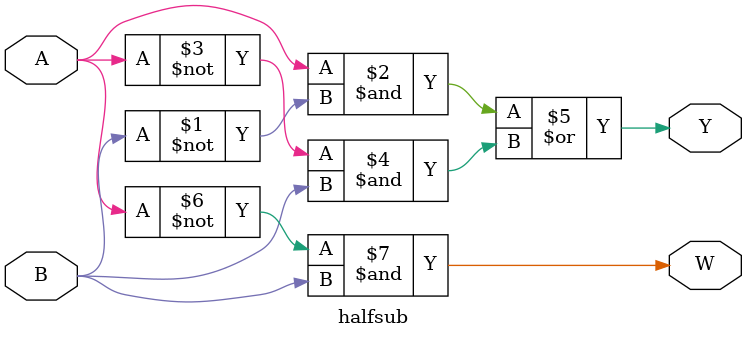
<source format=v>
module halfsub(
    input A,B,
    output Y,W
   );
   
   assign Y = 
    (A & ~B) | (~A & B);
   
   assign W = 
   (~A & B);
   
endmodule
    







</source>
